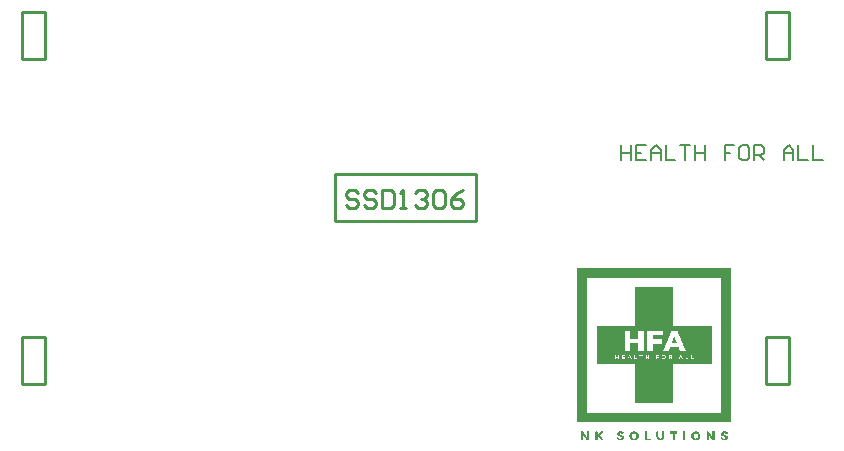
<source format=gto>
G04*
G04 #@! TF.GenerationSoftware,Altium Limited,Altium Designer,21.0.8 (223)*
G04*
G04 Layer_Color=65535*
%FSLAX24Y24*%
%MOIN*%
G70*
G04*
G04 #@! TF.SameCoordinates,F666B87A-DE90-4157-A89C-B26E4A6581EA*
G04*
G04*
G04 #@! TF.FilePolarity,Positive*
G04*
G01*
G75*
%ADD10C,0.0100*%
%ADD11C,0.0079*%
G36*
X30534Y8472D02*
Y8458D01*
Y8444D01*
Y8430D01*
Y8416D01*
Y8402D01*
Y8388D01*
Y8374D01*
Y8360D01*
Y8346D01*
Y8332D01*
Y8318D01*
Y8304D01*
Y8290D01*
Y8276D01*
Y8262D01*
Y8248D01*
Y8234D01*
Y8220D01*
Y8206D01*
Y8192D01*
Y8178D01*
Y8164D01*
Y8150D01*
Y8136D01*
Y8122D01*
Y8108D01*
Y8094D01*
Y8080D01*
Y8066D01*
Y8052D01*
Y8038D01*
Y8024D01*
Y8010D01*
Y7996D01*
Y7982D01*
Y7968D01*
Y7954D01*
Y7940D01*
Y7926D01*
Y7912D01*
Y7898D01*
Y7884D01*
Y7870D01*
Y7856D01*
Y7842D01*
Y7828D01*
Y7814D01*
Y7800D01*
Y7786D01*
Y7772D01*
Y7758D01*
Y7744D01*
Y7730D01*
Y7716D01*
Y7702D01*
Y7688D01*
Y7674D01*
Y7660D01*
Y7646D01*
Y7632D01*
Y7618D01*
Y7604D01*
Y7590D01*
Y7576D01*
Y7562D01*
Y7548D01*
Y7534D01*
Y7520D01*
Y7506D01*
Y7492D01*
Y7478D01*
Y7464D01*
Y7450D01*
Y7436D01*
Y7422D01*
Y7408D01*
Y7394D01*
Y7380D01*
Y7366D01*
Y7352D01*
Y7338D01*
Y7324D01*
Y7310D01*
Y7296D01*
Y7282D01*
Y7268D01*
Y7254D01*
Y7240D01*
Y7226D01*
Y7212D01*
Y7198D01*
Y7184D01*
Y7170D01*
Y7156D01*
Y7142D01*
Y7128D01*
Y7114D01*
Y7100D01*
Y7086D01*
Y7072D01*
Y7058D01*
Y7044D01*
Y7030D01*
Y7016D01*
Y7002D01*
Y6988D01*
Y6974D01*
Y6960D01*
Y6946D01*
Y6932D01*
Y6918D01*
Y6904D01*
Y6890D01*
Y6876D01*
Y6862D01*
Y6848D01*
Y6834D01*
Y6820D01*
Y6806D01*
Y6792D01*
Y6778D01*
Y6764D01*
Y6750D01*
Y6736D01*
Y6722D01*
Y6708D01*
Y6694D01*
Y6680D01*
Y6666D01*
Y6652D01*
Y6638D01*
Y6624D01*
Y6610D01*
Y6596D01*
Y6582D01*
Y6568D01*
Y6554D01*
Y6540D01*
Y6526D01*
Y6512D01*
Y6498D01*
Y6484D01*
Y6470D01*
Y6456D01*
Y6442D01*
Y6428D01*
Y6414D01*
Y6400D01*
Y6386D01*
Y6372D01*
Y6358D01*
Y6344D01*
Y6330D01*
Y6316D01*
Y6302D01*
Y6288D01*
Y6274D01*
Y6260D01*
Y6246D01*
Y6232D01*
Y6218D01*
Y6204D01*
Y6190D01*
Y6176D01*
Y6162D01*
Y6148D01*
Y6134D01*
Y6120D01*
Y6106D01*
Y6092D01*
Y6078D01*
Y6064D01*
Y6050D01*
Y6036D01*
Y6022D01*
Y6008D01*
Y5994D01*
Y5980D01*
Y5966D01*
Y5952D01*
Y5938D01*
Y5924D01*
Y5910D01*
Y5896D01*
Y5882D01*
Y5868D01*
Y5854D01*
Y5840D01*
Y5826D01*
Y5812D01*
Y5798D01*
Y5784D01*
Y5770D01*
Y5756D01*
Y5742D01*
Y5728D01*
Y5714D01*
Y5700D01*
Y5686D01*
Y5672D01*
Y5658D01*
Y5644D01*
Y5630D01*
Y5616D01*
Y5602D01*
Y5588D01*
Y5574D01*
Y5560D01*
Y5546D01*
Y5532D01*
Y5518D01*
Y5504D01*
Y5490D01*
Y5476D01*
Y5462D01*
Y5448D01*
Y5434D01*
Y5420D01*
Y5406D01*
Y5392D01*
Y5378D01*
Y5364D01*
Y5350D01*
Y5336D01*
Y5322D01*
Y5308D01*
Y5294D01*
Y5280D01*
Y5266D01*
Y5252D01*
Y5238D01*
Y5224D01*
Y5210D01*
Y5196D01*
Y5182D01*
Y5168D01*
Y5154D01*
Y5140D01*
Y5126D01*
Y5112D01*
Y5098D01*
Y5084D01*
Y5070D01*
Y5056D01*
Y5042D01*
Y5028D01*
Y5014D01*
Y5000D01*
Y4986D01*
Y4972D01*
Y4958D01*
Y4944D01*
Y4930D01*
Y4916D01*
Y4902D01*
Y4888D01*
Y4874D01*
Y4860D01*
Y4846D01*
Y4832D01*
Y4818D01*
Y4804D01*
Y4790D01*
Y4776D01*
Y4762D01*
Y4748D01*
Y4734D01*
Y4720D01*
Y4706D01*
Y4692D01*
Y4678D01*
Y4664D01*
Y4650D01*
Y4636D01*
Y4622D01*
Y4608D01*
Y4594D01*
Y4580D01*
Y4566D01*
Y4552D01*
Y4538D01*
Y4524D01*
Y4510D01*
Y4496D01*
Y4482D01*
Y4468D01*
Y4454D01*
Y4440D01*
Y4426D01*
Y4412D01*
Y4398D01*
Y4384D01*
Y4370D01*
Y4356D01*
Y4342D01*
Y4328D01*
Y4314D01*
Y4300D01*
Y4286D01*
Y4272D01*
Y4258D01*
Y4244D01*
Y4230D01*
Y4216D01*
Y4202D01*
Y4188D01*
Y4174D01*
Y4160D01*
Y4146D01*
Y4132D01*
Y4118D01*
Y4104D01*
Y4090D01*
Y4076D01*
Y4062D01*
Y4048D01*
Y4034D01*
Y4020D01*
Y4006D01*
Y3992D01*
Y3978D01*
Y3964D01*
Y3950D01*
Y3936D01*
Y3922D01*
Y3908D01*
Y3894D01*
Y3880D01*
Y3866D01*
Y3852D01*
Y3838D01*
Y3824D01*
Y3810D01*
Y3796D01*
Y3782D01*
Y3768D01*
Y3754D01*
Y3740D01*
Y3726D01*
Y3712D01*
Y3698D01*
Y3684D01*
Y3670D01*
Y3656D01*
Y3642D01*
Y3628D01*
Y3614D01*
Y3600D01*
Y3586D01*
Y3572D01*
Y3558D01*
Y3544D01*
Y3530D01*
Y3516D01*
Y3502D01*
Y3488D01*
Y3474D01*
Y3460D01*
Y3446D01*
Y3432D01*
Y3418D01*
Y3404D01*
Y3390D01*
Y3376D01*
Y3362D01*
Y3348D01*
X25410D01*
Y3362D01*
Y3376D01*
Y3390D01*
Y3404D01*
Y3418D01*
Y3432D01*
Y3446D01*
Y3460D01*
Y3474D01*
Y3488D01*
Y3502D01*
Y3516D01*
Y3530D01*
Y3544D01*
Y3558D01*
Y3572D01*
Y3586D01*
Y3600D01*
Y3614D01*
Y3628D01*
Y3642D01*
Y3656D01*
Y3670D01*
Y3684D01*
Y3698D01*
Y3712D01*
Y3726D01*
Y3740D01*
Y3754D01*
Y3768D01*
Y3782D01*
Y3796D01*
Y3810D01*
Y3824D01*
Y3838D01*
Y3852D01*
Y3866D01*
Y3880D01*
Y3894D01*
Y3908D01*
Y3922D01*
Y3936D01*
Y3950D01*
Y3964D01*
Y3978D01*
Y3992D01*
Y4006D01*
Y4020D01*
Y4034D01*
Y4048D01*
Y4062D01*
Y4076D01*
Y4090D01*
Y4104D01*
Y4118D01*
Y4132D01*
Y4146D01*
Y4160D01*
Y4174D01*
Y4188D01*
Y4202D01*
Y4216D01*
Y4230D01*
Y4244D01*
Y4258D01*
Y4272D01*
Y4286D01*
Y4300D01*
Y4314D01*
Y4328D01*
Y4342D01*
Y4356D01*
Y4370D01*
Y4384D01*
Y4398D01*
Y4412D01*
Y4426D01*
Y4440D01*
Y4454D01*
Y4468D01*
Y4482D01*
Y4496D01*
Y4510D01*
Y4524D01*
Y4538D01*
Y4552D01*
Y4566D01*
Y4580D01*
Y4594D01*
Y4608D01*
Y4622D01*
Y4636D01*
Y4650D01*
Y4664D01*
Y4678D01*
Y4692D01*
Y4706D01*
Y4720D01*
Y4734D01*
Y4748D01*
Y4762D01*
Y4776D01*
Y4790D01*
Y4804D01*
Y4818D01*
Y4832D01*
Y4846D01*
Y4860D01*
Y4874D01*
Y4888D01*
Y4902D01*
Y4916D01*
Y4930D01*
Y4944D01*
Y4958D01*
Y4972D01*
Y4986D01*
Y5000D01*
Y5014D01*
Y5028D01*
Y5042D01*
Y5056D01*
Y5070D01*
Y5084D01*
Y5098D01*
Y5112D01*
Y5126D01*
Y5140D01*
Y5154D01*
Y5168D01*
Y5182D01*
Y5196D01*
Y5210D01*
Y5224D01*
Y5238D01*
Y5252D01*
Y5266D01*
Y5280D01*
Y5294D01*
Y5308D01*
Y5322D01*
Y5336D01*
Y5350D01*
Y5364D01*
Y5378D01*
Y5392D01*
Y5406D01*
Y5420D01*
Y5434D01*
Y5448D01*
Y5462D01*
Y5476D01*
Y5490D01*
Y5504D01*
Y5518D01*
Y5532D01*
Y5546D01*
Y5560D01*
Y5574D01*
Y5588D01*
Y5602D01*
Y5616D01*
Y5630D01*
Y5644D01*
Y5658D01*
Y5672D01*
Y5686D01*
Y5700D01*
Y5714D01*
Y5728D01*
Y5742D01*
Y5756D01*
Y5770D01*
Y5784D01*
Y5798D01*
Y5812D01*
Y5826D01*
Y5840D01*
Y5854D01*
Y5868D01*
Y5882D01*
Y5896D01*
Y5910D01*
Y5924D01*
Y5938D01*
Y5952D01*
Y5966D01*
Y5980D01*
Y5994D01*
Y6008D01*
Y6022D01*
Y6036D01*
Y6050D01*
Y6064D01*
Y6078D01*
Y6092D01*
Y6106D01*
Y6120D01*
Y6134D01*
Y6148D01*
Y6162D01*
Y6176D01*
Y6190D01*
Y6204D01*
Y6218D01*
Y6232D01*
Y6246D01*
Y6260D01*
Y6274D01*
Y6288D01*
Y6302D01*
Y6316D01*
Y6330D01*
Y6344D01*
Y6358D01*
Y6372D01*
Y6386D01*
Y6400D01*
Y6414D01*
Y6428D01*
Y6442D01*
Y6456D01*
Y6470D01*
Y6484D01*
Y6498D01*
Y6512D01*
Y6526D01*
Y6540D01*
Y6554D01*
Y6568D01*
Y6582D01*
Y6596D01*
Y6610D01*
Y6624D01*
Y6638D01*
Y6652D01*
Y6666D01*
Y6680D01*
Y6694D01*
Y6708D01*
Y6722D01*
Y6736D01*
Y6750D01*
Y6764D01*
Y6778D01*
Y6792D01*
Y6806D01*
Y6820D01*
Y6834D01*
Y6848D01*
Y6862D01*
Y6876D01*
Y6890D01*
Y6904D01*
Y6918D01*
Y6932D01*
Y6946D01*
Y6960D01*
Y6974D01*
Y6988D01*
Y7002D01*
Y7016D01*
Y7030D01*
Y7044D01*
Y7058D01*
Y7072D01*
Y7086D01*
Y7100D01*
Y7114D01*
Y7128D01*
Y7142D01*
Y7156D01*
Y7170D01*
Y7184D01*
Y7198D01*
Y7212D01*
Y7226D01*
Y7240D01*
Y7254D01*
Y7268D01*
Y7282D01*
Y7296D01*
Y7310D01*
Y7324D01*
Y7338D01*
Y7352D01*
Y7366D01*
Y7380D01*
Y7394D01*
Y7408D01*
Y7422D01*
Y7436D01*
Y7450D01*
Y7464D01*
Y7478D01*
Y7492D01*
Y7506D01*
Y7520D01*
Y7534D01*
Y7548D01*
Y7562D01*
Y7576D01*
Y7590D01*
Y7604D01*
Y7618D01*
Y7632D01*
Y7646D01*
Y7660D01*
Y7674D01*
Y7688D01*
Y7702D01*
Y7716D01*
Y7730D01*
Y7744D01*
Y7758D01*
Y7772D01*
Y7786D01*
Y7800D01*
Y7814D01*
Y7828D01*
Y7842D01*
Y7856D01*
Y7870D01*
Y7884D01*
Y7898D01*
Y7912D01*
Y7926D01*
Y7940D01*
Y7954D01*
Y7968D01*
Y7982D01*
Y7996D01*
Y8010D01*
Y8024D01*
Y8038D01*
Y8052D01*
Y8066D01*
Y8080D01*
Y8094D01*
Y8108D01*
Y8122D01*
Y8136D01*
Y8150D01*
Y8164D01*
Y8178D01*
Y8192D01*
Y8206D01*
Y8220D01*
Y8234D01*
Y8248D01*
Y8262D01*
Y8276D01*
Y8290D01*
Y8304D01*
Y8318D01*
Y8332D01*
Y8346D01*
Y8360D01*
Y8374D01*
Y8388D01*
Y8402D01*
Y8416D01*
Y8430D01*
Y8444D01*
Y8458D01*
Y8472D01*
Y8486D01*
X30534D01*
Y8472D01*
D02*
G37*
G36*
X30366Y3026D02*
X30408D01*
Y3012D01*
X30422D01*
Y2998D01*
Y2984D01*
Y2970D01*
X30408D01*
Y2956D01*
X30380D01*
Y2970D01*
X30338D01*
Y2984D01*
X30296D01*
Y2970D01*
X30282D01*
Y2956D01*
Y2942D01*
X30296D01*
Y2928D01*
X30338D01*
Y2914D01*
X30380D01*
Y2900D01*
X30394D01*
Y2886D01*
X30422D01*
Y2872D01*
Y2858D01*
Y2844D01*
X30436D01*
Y2830D01*
Y2816D01*
X30422D01*
Y2802D01*
Y2788D01*
X30408D01*
Y2774D01*
X30394D01*
Y2760D01*
X30366D01*
Y2746D01*
X30254D01*
Y2760D01*
X30226D01*
Y2774D01*
X30198D01*
Y2788D01*
X30184D01*
Y2802D01*
X30198D01*
Y2816D01*
Y2830D01*
X30212D01*
Y2844D01*
X30226D01*
Y2830D01*
X30240D01*
Y2816D01*
X30282D01*
Y2802D01*
X30338D01*
Y2816D01*
X30352D01*
Y2830D01*
Y2844D01*
X30338D01*
Y2858D01*
X30296D01*
Y2872D01*
X30254D01*
Y2886D01*
X30226D01*
Y2900D01*
X30212D01*
Y2914D01*
Y2928D01*
X30198D01*
Y2942D01*
Y2956D01*
Y2970D01*
X30212D01*
Y2984D01*
Y2998D01*
X30226D01*
Y3012D01*
X30240D01*
Y3026D01*
X30282D01*
Y3040D01*
X30366D01*
Y3026D01*
D02*
G37*
G36*
X26894D02*
X26936D01*
Y3012D01*
X26964D01*
Y2998D01*
Y2984D01*
X26950D01*
Y2970D01*
Y2956D01*
X26908D01*
Y2970D01*
X26866D01*
Y2984D01*
X26824D01*
Y2970D01*
X26810D01*
Y2956D01*
Y2942D01*
X26824D01*
Y2928D01*
X26866D01*
Y2914D01*
X26908D01*
Y2900D01*
X26936D01*
Y2886D01*
X26950D01*
Y2872D01*
X26964D01*
Y2858D01*
Y2844D01*
Y2830D01*
Y2816D01*
Y2802D01*
Y2788D01*
X26950D01*
Y2774D01*
X26936D01*
Y2760D01*
X26908D01*
Y2746D01*
X26796D01*
Y2760D01*
X26754D01*
Y2774D01*
X26740D01*
Y2788D01*
X26726D01*
Y2802D01*
Y2816D01*
X26740D01*
Y2830D01*
Y2844D01*
X26754D01*
Y2830D01*
X26782D01*
Y2816D01*
X26810D01*
Y2802D01*
X26880D01*
Y2816D01*
X26894D01*
Y2830D01*
Y2844D01*
X26880D01*
Y2858D01*
X26838D01*
Y2872D01*
X26796D01*
Y2886D01*
X26768D01*
Y2900D01*
X26754D01*
Y2914D01*
X26740D01*
Y2928D01*
Y2942D01*
Y2956D01*
Y2970D01*
Y2984D01*
X26754D01*
Y2998D01*
Y3012D01*
X26782D01*
Y3026D01*
X26810D01*
Y3040D01*
X26894D01*
Y3026D01*
D02*
G37*
G36*
X26278D02*
X26264D01*
Y3012D01*
Y2998D01*
X26250D01*
Y2984D01*
X26236D01*
Y2970D01*
X26222D01*
Y2956D01*
X26208D01*
Y2942D01*
X26194D01*
Y2928D01*
X26180D01*
Y2914D01*
Y2900D01*
X26194D01*
Y2886D01*
X26208D01*
Y2872D01*
Y2858D01*
X26222D01*
Y2844D01*
X26236D01*
Y2830D01*
Y2816D01*
X26250D01*
Y2802D01*
X26264D01*
Y2788D01*
Y2774D01*
X26278D01*
Y2760D01*
X26292D01*
Y2746D01*
X26208D01*
Y2760D01*
X26194D01*
Y2774D01*
X26180D01*
Y2788D01*
X26166D01*
Y2802D01*
Y2816D01*
X26152D01*
Y2830D01*
X26138D01*
Y2844D01*
Y2858D01*
X26124D01*
Y2844D01*
X26110D01*
Y2830D01*
X26096D01*
Y2816D01*
Y2802D01*
Y2788D01*
Y2774D01*
Y2760D01*
Y2746D01*
X26012D01*
Y2760D01*
Y2774D01*
Y2788D01*
Y2802D01*
Y2816D01*
Y2830D01*
Y2844D01*
Y2858D01*
Y2872D01*
Y2886D01*
Y2900D01*
Y2914D01*
Y2928D01*
Y2942D01*
Y2956D01*
Y2970D01*
Y2984D01*
Y2998D01*
Y3012D01*
Y3026D01*
X26026D01*
Y3040D01*
X26082D01*
Y3026D01*
X26096D01*
Y3012D01*
Y2998D01*
Y2984D01*
Y2970D01*
Y2956D01*
Y2942D01*
Y2928D01*
X26110D01*
Y2942D01*
X26124D01*
Y2956D01*
X26138D01*
Y2970D01*
X26152D01*
Y2984D01*
X26166D01*
Y2998D01*
X26180D01*
Y3012D01*
X26194D01*
Y3026D01*
X26208D01*
Y3040D01*
X26278D01*
Y3026D01*
D02*
G37*
G36*
X29988D02*
Y3012D01*
Y2998D01*
Y2984D01*
Y2970D01*
Y2956D01*
Y2942D01*
Y2928D01*
Y2914D01*
Y2900D01*
Y2886D01*
Y2872D01*
Y2858D01*
Y2844D01*
Y2830D01*
Y2816D01*
Y2802D01*
Y2788D01*
Y2774D01*
Y2760D01*
Y2746D01*
X29918D01*
Y2760D01*
X29904D01*
Y2774D01*
X29890D01*
Y2788D01*
Y2802D01*
X29876D01*
Y2816D01*
X29862D01*
Y2830D01*
X29848D01*
Y2844D01*
Y2858D01*
X29834D01*
Y2872D01*
X29820D01*
Y2886D01*
X29806D01*
Y2900D01*
Y2914D01*
X29792D01*
Y2900D01*
Y2886D01*
Y2872D01*
Y2858D01*
Y2844D01*
Y2830D01*
Y2816D01*
Y2802D01*
Y2788D01*
Y2774D01*
Y2760D01*
Y2746D01*
X29722D01*
Y2760D01*
Y2774D01*
Y2788D01*
Y2802D01*
Y2816D01*
Y2830D01*
Y2844D01*
Y2858D01*
Y2872D01*
Y2886D01*
Y2900D01*
Y2914D01*
Y2928D01*
Y2942D01*
Y2956D01*
Y2970D01*
Y2984D01*
Y2998D01*
Y3012D01*
Y3026D01*
Y3040D01*
X29778D01*
Y3026D01*
X29792D01*
Y3012D01*
X29806D01*
Y2998D01*
X29820D01*
Y2984D01*
Y2970D01*
X29834D01*
Y2956D01*
X29848D01*
Y2942D01*
X29862D01*
Y2928D01*
Y2914D01*
X29876D01*
Y2900D01*
X29890D01*
Y2886D01*
X29904D01*
Y2872D01*
Y2858D01*
X29918D01*
Y2872D01*
Y2886D01*
Y2900D01*
Y2914D01*
Y2928D01*
Y2942D01*
Y2956D01*
Y2970D01*
Y2984D01*
Y2998D01*
Y3012D01*
Y3026D01*
Y3040D01*
X29988D01*
Y3026D01*
D02*
G37*
G36*
X25788D02*
X25802D01*
Y3012D01*
Y2998D01*
Y2984D01*
Y2970D01*
Y2956D01*
Y2942D01*
Y2928D01*
Y2914D01*
Y2900D01*
Y2886D01*
Y2872D01*
Y2858D01*
Y2844D01*
Y2830D01*
Y2816D01*
Y2802D01*
Y2788D01*
Y2774D01*
Y2760D01*
Y2746D01*
X25732D01*
Y2760D01*
X25718D01*
Y2774D01*
X25704D01*
Y2788D01*
X25690D01*
Y2802D01*
Y2816D01*
X25676D01*
Y2830D01*
X25662D01*
Y2844D01*
X25648D01*
Y2858D01*
Y2872D01*
X25634D01*
Y2886D01*
X25620D01*
Y2900D01*
X25606D01*
Y2914D01*
X25592D01*
Y2900D01*
Y2886D01*
Y2872D01*
Y2858D01*
Y2844D01*
Y2830D01*
Y2816D01*
Y2802D01*
Y2788D01*
Y2774D01*
Y2760D01*
Y2746D01*
X25536D01*
Y2760D01*
Y2774D01*
Y2788D01*
Y2802D01*
Y2816D01*
Y2830D01*
Y2844D01*
Y2858D01*
Y2872D01*
Y2886D01*
Y2900D01*
Y2914D01*
Y2928D01*
Y2942D01*
Y2956D01*
Y2970D01*
Y2984D01*
Y2998D01*
Y3012D01*
Y3026D01*
Y3040D01*
X25592D01*
Y3026D01*
X25606D01*
Y3012D01*
X25620D01*
Y2998D01*
Y2984D01*
X25634D01*
Y2970D01*
X25648D01*
Y2956D01*
X25662D01*
Y2942D01*
Y2928D01*
X25676D01*
Y2914D01*
X25690D01*
Y2900D01*
X25704D01*
Y2886D01*
Y2872D01*
X25718D01*
Y2858D01*
X25732D01*
Y2872D01*
Y2886D01*
Y2900D01*
Y2914D01*
Y2928D01*
Y2942D01*
Y2956D01*
Y2970D01*
Y2984D01*
Y2998D01*
Y3012D01*
Y3026D01*
Y3040D01*
X25788D01*
Y3026D01*
D02*
G37*
G36*
X28308D02*
Y3012D01*
Y2998D01*
Y2984D01*
Y2970D01*
Y2956D01*
Y2942D01*
Y2928D01*
Y2914D01*
Y2900D01*
Y2886D01*
Y2872D01*
Y2858D01*
Y2844D01*
Y2830D01*
Y2816D01*
X28294D01*
Y2802D01*
Y2788D01*
X28280D01*
Y2774D01*
X28266D01*
Y2760D01*
X28238D01*
Y2746D01*
X28126D01*
Y2760D01*
X28098D01*
Y2774D01*
X28084D01*
Y2788D01*
X28070D01*
Y2802D01*
X28056D01*
Y2816D01*
Y2830D01*
Y2844D01*
X28042D01*
Y2858D01*
Y2872D01*
Y2886D01*
Y2900D01*
Y2914D01*
Y2928D01*
Y2942D01*
Y2956D01*
Y2970D01*
Y2984D01*
Y2998D01*
Y3012D01*
Y3026D01*
X28056D01*
Y3040D01*
X28112D01*
Y3026D01*
Y3012D01*
Y2998D01*
Y2984D01*
Y2970D01*
Y2956D01*
Y2942D01*
Y2928D01*
Y2914D01*
Y2900D01*
Y2886D01*
Y2872D01*
Y2858D01*
X28126D01*
Y2844D01*
Y2830D01*
X28140D01*
Y2816D01*
X28154D01*
Y2802D01*
X28210D01*
Y2816D01*
X28224D01*
Y2830D01*
X28238D01*
Y2844D01*
Y2858D01*
Y2872D01*
Y2886D01*
Y2900D01*
Y2914D01*
Y2928D01*
Y2942D01*
Y2956D01*
Y2970D01*
Y2984D01*
Y2998D01*
Y3012D01*
Y3026D01*
Y3040D01*
X28308D01*
Y3026D01*
D02*
G37*
G36*
X29400D02*
X29442D01*
Y3012D01*
X29456D01*
Y2998D01*
X29484D01*
Y2984D01*
Y2970D01*
X29498D01*
Y2956D01*
X29512D01*
Y2942D01*
Y2928D01*
Y2914D01*
Y2900D01*
Y2886D01*
Y2872D01*
Y2858D01*
Y2844D01*
Y2830D01*
X29498D01*
Y2816D01*
Y2802D01*
X29484D01*
Y2788D01*
X29470D01*
Y2774D01*
X29456D01*
Y2760D01*
X29414D01*
Y2746D01*
X29302D01*
Y2760D01*
X29274D01*
Y2774D01*
X29260D01*
Y2788D01*
X29246D01*
Y2802D01*
X29232D01*
Y2816D01*
X29218D01*
Y2830D01*
Y2844D01*
Y2858D01*
X29204D01*
Y2872D01*
Y2886D01*
Y2900D01*
Y2914D01*
Y2928D01*
X29218D01*
Y2942D01*
Y2956D01*
X29232D01*
Y2970D01*
Y2984D01*
X29246D01*
Y2998D01*
X29260D01*
Y3012D01*
X29288D01*
Y3026D01*
X29330D01*
Y3040D01*
X29400D01*
Y3026D01*
D02*
G37*
G36*
X29008D02*
Y3012D01*
Y2998D01*
Y2984D01*
Y2970D01*
Y2956D01*
Y2942D01*
Y2928D01*
Y2914D01*
Y2900D01*
Y2886D01*
Y2872D01*
Y2858D01*
Y2844D01*
Y2830D01*
Y2816D01*
Y2802D01*
Y2788D01*
Y2774D01*
Y2760D01*
Y2746D01*
X28938D01*
Y2760D01*
Y2774D01*
Y2788D01*
Y2802D01*
Y2816D01*
Y2830D01*
Y2844D01*
Y2858D01*
Y2872D01*
Y2886D01*
Y2900D01*
Y2914D01*
Y2928D01*
Y2942D01*
Y2956D01*
Y2970D01*
Y2984D01*
Y2998D01*
Y3012D01*
Y3026D01*
Y3040D01*
X29008D01*
Y3026D01*
D02*
G37*
G36*
X28742D02*
Y3012D01*
Y2998D01*
Y2984D01*
Y2970D01*
X28658D01*
Y2956D01*
Y2942D01*
Y2928D01*
Y2914D01*
Y2900D01*
Y2886D01*
Y2872D01*
Y2858D01*
Y2844D01*
Y2830D01*
Y2816D01*
Y2802D01*
Y2788D01*
Y2774D01*
Y2760D01*
Y2746D01*
X28588D01*
Y2760D01*
Y2774D01*
Y2788D01*
Y2802D01*
Y2816D01*
Y2830D01*
Y2844D01*
Y2858D01*
Y2872D01*
Y2886D01*
Y2900D01*
Y2914D01*
Y2928D01*
Y2942D01*
Y2956D01*
Y2970D01*
X28504D01*
Y2984D01*
Y2998D01*
Y3012D01*
Y3026D01*
Y3040D01*
X28742D01*
Y3026D01*
D02*
G37*
G36*
X27720D02*
X27734D01*
Y3012D01*
Y2998D01*
Y2984D01*
Y2970D01*
Y2956D01*
Y2942D01*
Y2928D01*
Y2914D01*
Y2900D01*
Y2886D01*
Y2872D01*
Y2858D01*
Y2844D01*
Y2830D01*
Y2816D01*
Y2802D01*
X27860D01*
Y2788D01*
Y2774D01*
Y2760D01*
Y2746D01*
X27664D01*
Y2760D01*
Y2774D01*
Y2788D01*
Y2802D01*
Y2816D01*
Y2830D01*
Y2844D01*
Y2858D01*
Y2872D01*
Y2886D01*
Y2900D01*
Y2914D01*
Y2928D01*
Y2942D01*
Y2956D01*
Y2970D01*
Y2984D01*
Y2998D01*
Y3012D01*
Y3026D01*
Y3040D01*
X27720D01*
Y3026D01*
D02*
G37*
G36*
X27342D02*
X27384D01*
Y3012D01*
X27398D01*
Y2998D01*
X27426D01*
Y2984D01*
Y2970D01*
X27440D01*
Y2956D01*
X27454D01*
Y2942D01*
Y2928D01*
Y2914D01*
Y2900D01*
Y2886D01*
Y2872D01*
Y2858D01*
Y2844D01*
Y2830D01*
X27440D01*
Y2816D01*
Y2802D01*
X27426D01*
Y2788D01*
X27412D01*
Y2774D01*
X27398D01*
Y2760D01*
X27356D01*
Y2746D01*
X27244D01*
Y2760D01*
X27216D01*
Y2774D01*
X27202D01*
Y2788D01*
X27188D01*
Y2802D01*
X27174D01*
Y2816D01*
X27160D01*
Y2830D01*
Y2844D01*
Y2858D01*
X27146D01*
Y2872D01*
Y2886D01*
Y2900D01*
Y2914D01*
Y2928D01*
X27160D01*
Y2942D01*
Y2956D01*
X27174D01*
Y2970D01*
Y2984D01*
X27188D01*
Y2998D01*
X27202D01*
Y3012D01*
X27230D01*
Y3026D01*
X27272D01*
Y3040D01*
X27342D01*
Y3026D01*
D02*
G37*
%LPC*%
G36*
X30212Y8164D02*
X25732D01*
Y8150D01*
Y8136D01*
Y8122D01*
Y8108D01*
Y8094D01*
Y8080D01*
Y8066D01*
Y8052D01*
Y8038D01*
Y8024D01*
Y8010D01*
Y7996D01*
Y7982D01*
Y7968D01*
Y7954D01*
Y7940D01*
Y7926D01*
Y7912D01*
Y7898D01*
Y7884D01*
Y7870D01*
Y7856D01*
Y7842D01*
Y7828D01*
Y7814D01*
Y7800D01*
Y7786D01*
Y7772D01*
Y7758D01*
Y7744D01*
Y7730D01*
Y7716D01*
Y7702D01*
Y7688D01*
Y7674D01*
Y7660D01*
Y7646D01*
Y7632D01*
Y7618D01*
Y7604D01*
Y7590D01*
Y7576D01*
Y7562D01*
Y7548D01*
Y7534D01*
Y7520D01*
Y7506D01*
Y7492D01*
Y7478D01*
Y7464D01*
Y7450D01*
Y7436D01*
Y7422D01*
Y7408D01*
Y7394D01*
Y7380D01*
Y7366D01*
Y7352D01*
Y7338D01*
Y7324D01*
Y7310D01*
Y7296D01*
Y7282D01*
Y7268D01*
Y7254D01*
Y7240D01*
Y7226D01*
Y7212D01*
Y7198D01*
Y7184D01*
Y7170D01*
Y7156D01*
Y7142D01*
Y7128D01*
Y7114D01*
Y7100D01*
Y7086D01*
Y7072D01*
Y7058D01*
Y7044D01*
Y7030D01*
Y7016D01*
Y7002D01*
Y6988D01*
Y6974D01*
Y6960D01*
Y6946D01*
Y6932D01*
Y6918D01*
Y6904D01*
Y6890D01*
Y6876D01*
Y6862D01*
Y6848D01*
Y6834D01*
Y6820D01*
Y6806D01*
Y6792D01*
Y6778D01*
Y6764D01*
Y6750D01*
Y6736D01*
Y6722D01*
Y6708D01*
Y6694D01*
Y6680D01*
Y6666D01*
Y6652D01*
Y6638D01*
Y6624D01*
Y6610D01*
Y6596D01*
Y6582D01*
Y6568D01*
Y6554D01*
Y6540D01*
Y6526D01*
Y6512D01*
Y6498D01*
Y6484D01*
Y6470D01*
Y6456D01*
Y6442D01*
Y6428D01*
Y6414D01*
Y6400D01*
Y6386D01*
Y6372D01*
Y6358D01*
Y6344D01*
Y6330D01*
Y6316D01*
Y6302D01*
Y6288D01*
Y6274D01*
Y6260D01*
Y6246D01*
Y6232D01*
Y6218D01*
Y6204D01*
Y6190D01*
Y6176D01*
Y6162D01*
Y6148D01*
Y6134D01*
Y6120D01*
Y6106D01*
Y6092D01*
Y6078D01*
Y6064D01*
Y6050D01*
Y6036D01*
Y6022D01*
Y6008D01*
Y5994D01*
Y5980D01*
Y5966D01*
Y5952D01*
Y5938D01*
Y5924D01*
Y5910D01*
Y5896D01*
Y5882D01*
Y5868D01*
Y5854D01*
Y5840D01*
Y5826D01*
Y5812D01*
Y5798D01*
Y5784D01*
Y5770D01*
Y5756D01*
Y5742D01*
Y5728D01*
Y5714D01*
Y5700D01*
Y5686D01*
Y5672D01*
Y5658D01*
Y5644D01*
Y5630D01*
Y5616D01*
Y5602D01*
Y5588D01*
Y5574D01*
Y5560D01*
Y5546D01*
Y5532D01*
Y5518D01*
Y5504D01*
Y5490D01*
Y5476D01*
Y5462D01*
Y5448D01*
Y5434D01*
Y5420D01*
Y5406D01*
Y5392D01*
Y5378D01*
Y5364D01*
Y5350D01*
Y5336D01*
Y5322D01*
Y5308D01*
Y5294D01*
Y5280D01*
Y5266D01*
Y5252D01*
Y5238D01*
Y5224D01*
Y5210D01*
Y5196D01*
Y5182D01*
Y5168D01*
Y5154D01*
Y5140D01*
Y5126D01*
Y5112D01*
Y5098D01*
Y5084D01*
Y5070D01*
Y5056D01*
Y5042D01*
Y5028D01*
Y5014D01*
Y5000D01*
Y4986D01*
Y4972D01*
Y4958D01*
Y4944D01*
Y4930D01*
Y4916D01*
Y4902D01*
Y4888D01*
Y4874D01*
Y4860D01*
Y4846D01*
Y4832D01*
Y4818D01*
Y4804D01*
Y4790D01*
Y4776D01*
Y4762D01*
Y4748D01*
Y4734D01*
Y4720D01*
Y4706D01*
Y4692D01*
Y4678D01*
Y4664D01*
Y4650D01*
Y4636D01*
Y4622D01*
Y4608D01*
Y4594D01*
Y4580D01*
Y4566D01*
Y4552D01*
Y4538D01*
Y4524D01*
Y4510D01*
Y4496D01*
Y4482D01*
Y4468D01*
Y4454D01*
Y4440D01*
Y4426D01*
Y4412D01*
Y4398D01*
Y4384D01*
Y4370D01*
Y4356D01*
Y4342D01*
Y4328D01*
Y4314D01*
Y4300D01*
Y4286D01*
Y4272D01*
Y4258D01*
Y4244D01*
Y4230D01*
Y4216D01*
Y4202D01*
Y4188D01*
Y4174D01*
Y4160D01*
Y4146D01*
Y4132D01*
Y4118D01*
Y4104D01*
Y4090D01*
Y4076D01*
Y4062D01*
Y4048D01*
Y4034D01*
Y4020D01*
Y4006D01*
Y3992D01*
Y3978D01*
Y3964D01*
Y3950D01*
Y3936D01*
Y3922D01*
Y3908D01*
Y3894D01*
Y3880D01*
Y3866D01*
Y3852D01*
Y3838D01*
Y3824D01*
Y3810D01*
Y3796D01*
Y3782D01*
Y3768D01*
Y3754D01*
Y3740D01*
Y3726D01*
Y3712D01*
Y3698D01*
Y3684D01*
Y3670D01*
X30212D01*
Y3684D01*
Y3698D01*
Y3712D01*
Y3726D01*
Y3740D01*
Y3754D01*
Y3768D01*
Y3782D01*
Y3796D01*
Y3810D01*
Y3824D01*
Y3838D01*
Y3852D01*
Y3866D01*
Y3880D01*
Y3894D01*
Y3908D01*
Y3922D01*
Y3936D01*
Y3950D01*
Y3964D01*
Y3978D01*
Y3992D01*
Y4006D01*
Y4020D01*
Y4034D01*
Y4048D01*
Y4062D01*
Y4076D01*
Y4090D01*
Y4104D01*
Y4118D01*
Y4132D01*
Y4146D01*
Y4160D01*
Y4174D01*
Y4188D01*
Y4202D01*
Y4216D01*
Y4230D01*
Y4244D01*
Y4258D01*
Y4272D01*
Y4286D01*
Y4300D01*
Y4314D01*
Y4328D01*
Y4342D01*
Y4356D01*
Y4370D01*
Y4384D01*
Y4398D01*
Y4412D01*
Y4426D01*
Y4440D01*
Y4454D01*
Y4468D01*
Y4482D01*
Y4496D01*
Y4510D01*
Y4524D01*
Y4538D01*
Y4552D01*
Y4566D01*
Y4580D01*
Y4594D01*
Y4608D01*
Y4622D01*
Y4636D01*
Y4650D01*
Y4664D01*
Y4678D01*
Y4692D01*
Y4706D01*
Y4720D01*
Y4734D01*
Y4748D01*
Y4762D01*
Y4776D01*
Y4790D01*
Y4804D01*
Y4818D01*
Y4832D01*
Y4846D01*
Y4860D01*
Y4874D01*
Y4888D01*
Y4902D01*
Y4916D01*
Y4930D01*
Y4944D01*
Y4958D01*
Y4972D01*
Y4986D01*
Y5000D01*
Y5014D01*
Y5028D01*
Y5042D01*
Y5056D01*
Y5070D01*
Y5084D01*
Y5098D01*
Y5112D01*
Y5126D01*
Y5140D01*
Y5154D01*
Y5168D01*
Y5182D01*
Y5196D01*
Y5210D01*
Y5224D01*
Y5238D01*
Y5252D01*
Y5266D01*
Y5280D01*
Y5294D01*
Y5308D01*
Y5322D01*
Y5336D01*
Y5350D01*
Y5364D01*
Y5378D01*
Y5392D01*
Y5406D01*
Y5420D01*
Y5434D01*
Y5448D01*
Y5462D01*
Y5476D01*
Y5490D01*
Y5504D01*
Y5518D01*
Y5532D01*
Y5546D01*
Y5560D01*
Y5574D01*
Y5588D01*
Y5602D01*
Y5616D01*
Y5630D01*
Y5644D01*
Y5658D01*
Y5672D01*
Y5686D01*
Y5700D01*
Y5714D01*
Y5728D01*
Y5742D01*
Y5756D01*
Y5770D01*
Y5784D01*
Y5798D01*
Y5812D01*
Y5826D01*
Y5840D01*
Y5854D01*
Y5868D01*
Y5882D01*
Y5896D01*
Y5910D01*
Y5924D01*
Y5938D01*
Y5952D01*
Y5966D01*
Y5980D01*
Y5994D01*
Y6008D01*
Y6022D01*
Y6036D01*
Y6050D01*
Y6064D01*
Y6078D01*
Y6092D01*
Y6106D01*
Y6120D01*
Y6134D01*
Y6148D01*
Y6162D01*
Y6176D01*
Y6190D01*
Y6204D01*
Y6218D01*
Y6232D01*
Y6246D01*
Y6260D01*
Y6274D01*
Y6288D01*
Y6302D01*
Y6316D01*
Y6330D01*
Y6344D01*
Y6358D01*
Y6372D01*
Y6386D01*
Y6400D01*
Y6414D01*
Y6428D01*
Y6442D01*
Y6456D01*
Y6470D01*
Y6484D01*
Y6498D01*
Y6512D01*
Y6526D01*
Y6540D01*
Y6554D01*
Y6568D01*
Y6582D01*
Y6596D01*
Y6610D01*
Y6624D01*
Y6638D01*
Y6652D01*
Y6666D01*
Y6680D01*
Y6694D01*
Y6708D01*
Y6722D01*
Y6736D01*
Y6750D01*
Y6764D01*
Y6778D01*
Y6792D01*
Y6806D01*
Y6820D01*
Y6834D01*
Y6848D01*
Y6862D01*
Y6876D01*
Y6890D01*
Y6904D01*
Y6918D01*
Y6932D01*
Y6946D01*
Y6960D01*
Y6974D01*
Y6988D01*
Y7002D01*
Y7016D01*
Y7030D01*
Y7044D01*
Y7058D01*
Y7072D01*
Y7086D01*
Y7100D01*
Y7114D01*
Y7128D01*
Y7142D01*
Y7156D01*
Y7170D01*
Y7184D01*
Y7198D01*
Y7212D01*
Y7226D01*
Y7240D01*
Y7254D01*
Y7268D01*
Y7282D01*
Y7296D01*
Y7310D01*
Y7324D01*
Y7338D01*
Y7352D01*
Y7366D01*
Y7380D01*
Y7394D01*
Y7408D01*
Y7422D01*
Y7436D01*
Y7450D01*
Y7464D01*
Y7478D01*
Y7492D01*
Y7506D01*
Y7520D01*
Y7534D01*
Y7548D01*
Y7562D01*
Y7576D01*
Y7590D01*
Y7604D01*
Y7618D01*
Y7632D01*
Y7646D01*
Y7660D01*
Y7674D01*
Y7688D01*
Y7702D01*
Y7716D01*
Y7730D01*
Y7744D01*
Y7758D01*
Y7772D01*
Y7786D01*
Y7800D01*
Y7814D01*
Y7828D01*
Y7842D01*
Y7856D01*
Y7870D01*
Y7884D01*
Y7898D01*
Y7912D01*
Y7926D01*
Y7940D01*
Y7954D01*
Y7968D01*
Y7982D01*
Y7996D01*
Y8010D01*
Y8024D01*
Y8038D01*
Y8052D01*
Y8066D01*
Y8080D01*
Y8094D01*
Y8108D01*
Y8122D01*
Y8136D01*
Y8150D01*
Y8164D01*
D02*
G37*
%LPD*%
G36*
X28616Y7828D02*
Y7814D01*
Y7800D01*
Y7786D01*
Y7772D01*
Y7758D01*
Y7744D01*
Y7730D01*
Y7716D01*
Y7702D01*
Y7688D01*
Y7674D01*
Y7660D01*
Y7646D01*
Y7632D01*
Y7618D01*
Y7604D01*
Y7590D01*
Y7576D01*
Y7562D01*
Y7548D01*
Y7534D01*
Y7520D01*
Y7506D01*
Y7492D01*
Y7478D01*
Y7464D01*
Y7450D01*
Y7436D01*
Y7422D01*
Y7408D01*
Y7394D01*
Y7380D01*
Y7366D01*
Y7352D01*
Y7338D01*
Y7324D01*
Y7310D01*
Y7296D01*
Y7282D01*
Y7268D01*
Y7254D01*
Y7240D01*
Y7226D01*
Y7212D01*
Y7198D01*
Y7184D01*
Y7170D01*
Y7156D01*
Y7142D01*
Y7128D01*
Y7114D01*
Y7100D01*
Y7086D01*
Y7072D01*
Y7058D01*
Y7044D01*
Y7030D01*
Y7016D01*
Y7002D01*
Y6988D01*
Y6974D01*
Y6960D01*
Y6946D01*
Y6932D01*
Y6918D01*
Y6904D01*
Y6890D01*
Y6876D01*
Y6862D01*
Y6848D01*
Y6834D01*
Y6820D01*
Y6806D01*
Y6792D01*
Y6778D01*
Y6764D01*
Y6750D01*
Y6736D01*
Y6722D01*
Y6708D01*
Y6694D01*
Y6680D01*
Y6666D01*
Y6652D01*
Y6638D01*
Y6624D01*
Y6610D01*
Y6596D01*
Y6582D01*
Y6568D01*
Y6554D01*
X29890D01*
Y6540D01*
Y6526D01*
Y6512D01*
Y6498D01*
Y6484D01*
Y6470D01*
Y6456D01*
Y6442D01*
Y6428D01*
Y6414D01*
Y6400D01*
Y6386D01*
Y6372D01*
Y6358D01*
Y6344D01*
Y6330D01*
Y6316D01*
Y6302D01*
Y6288D01*
Y6274D01*
Y6260D01*
Y6246D01*
Y6232D01*
Y6218D01*
Y6204D01*
Y6190D01*
Y6176D01*
Y6162D01*
Y6148D01*
Y6134D01*
Y6120D01*
Y6106D01*
Y6092D01*
Y6078D01*
Y6064D01*
Y6050D01*
Y6036D01*
Y6022D01*
Y6008D01*
Y5994D01*
Y5980D01*
Y5966D01*
Y5952D01*
Y5938D01*
Y5924D01*
Y5910D01*
Y5896D01*
Y5882D01*
Y5868D01*
Y5854D01*
Y5840D01*
Y5826D01*
Y5812D01*
Y5798D01*
Y5784D01*
Y5770D01*
Y5756D01*
Y5742D01*
Y5728D01*
Y5714D01*
Y5700D01*
Y5686D01*
Y5672D01*
Y5658D01*
Y5644D01*
Y5630D01*
Y5616D01*
Y5602D01*
Y5588D01*
Y5574D01*
Y5560D01*
Y5546D01*
Y5532D01*
Y5518D01*
Y5504D01*
Y5490D01*
Y5476D01*
Y5462D01*
Y5448D01*
Y5434D01*
Y5420D01*
Y5406D01*
Y5392D01*
Y5378D01*
Y5364D01*
Y5350D01*
Y5336D01*
Y5322D01*
Y5308D01*
Y5294D01*
Y5280D01*
X28616D01*
Y5266D01*
Y5252D01*
Y5238D01*
Y5224D01*
Y5210D01*
Y5196D01*
Y5182D01*
Y5168D01*
Y5154D01*
Y5140D01*
Y5126D01*
Y5112D01*
Y5098D01*
Y5084D01*
Y5070D01*
Y5056D01*
Y5042D01*
Y5028D01*
Y5014D01*
Y5000D01*
Y4986D01*
Y4972D01*
Y4958D01*
Y4944D01*
Y4930D01*
Y4916D01*
Y4902D01*
Y4888D01*
Y4874D01*
Y4860D01*
Y4846D01*
Y4832D01*
Y4818D01*
Y4804D01*
Y4790D01*
Y4776D01*
Y4762D01*
Y4748D01*
Y4734D01*
Y4720D01*
Y4706D01*
Y4692D01*
Y4678D01*
Y4664D01*
Y4650D01*
Y4636D01*
Y4622D01*
Y4608D01*
Y4594D01*
Y4580D01*
Y4566D01*
Y4552D01*
Y4538D01*
Y4524D01*
Y4510D01*
Y4496D01*
Y4482D01*
Y4468D01*
Y4454D01*
Y4440D01*
Y4426D01*
Y4412D01*
Y4398D01*
Y4384D01*
Y4370D01*
Y4356D01*
Y4342D01*
Y4328D01*
Y4314D01*
Y4300D01*
Y4286D01*
Y4272D01*
Y4258D01*
Y4244D01*
Y4230D01*
Y4216D01*
Y4202D01*
Y4188D01*
Y4174D01*
Y4160D01*
Y4146D01*
Y4132D01*
Y4118D01*
Y4104D01*
Y4090D01*
Y4076D01*
Y4062D01*
Y4048D01*
Y4034D01*
Y4020D01*
Y4006D01*
Y3992D01*
X27328D01*
Y4006D01*
Y4020D01*
Y4034D01*
Y4048D01*
Y4062D01*
Y4076D01*
Y4090D01*
Y4104D01*
Y4118D01*
Y4132D01*
Y4146D01*
Y4160D01*
Y4174D01*
Y4188D01*
Y4202D01*
Y4216D01*
Y4230D01*
Y4244D01*
Y4258D01*
Y4272D01*
Y4286D01*
Y4300D01*
Y4314D01*
Y4328D01*
Y4342D01*
Y4356D01*
Y4370D01*
Y4384D01*
Y4398D01*
Y4412D01*
Y4426D01*
Y4440D01*
Y4454D01*
Y4468D01*
Y4482D01*
Y4496D01*
Y4510D01*
Y4524D01*
Y4538D01*
Y4552D01*
Y4566D01*
Y4580D01*
Y4594D01*
Y4608D01*
Y4622D01*
Y4636D01*
Y4650D01*
Y4664D01*
Y4678D01*
Y4692D01*
Y4706D01*
Y4720D01*
Y4734D01*
Y4748D01*
Y4762D01*
Y4776D01*
Y4790D01*
Y4804D01*
Y4818D01*
Y4832D01*
Y4846D01*
Y4860D01*
Y4874D01*
Y4888D01*
Y4902D01*
Y4916D01*
Y4930D01*
Y4944D01*
Y4958D01*
Y4972D01*
Y4986D01*
Y5000D01*
Y5014D01*
Y5028D01*
Y5042D01*
Y5056D01*
Y5070D01*
Y5084D01*
Y5098D01*
Y5112D01*
Y5126D01*
Y5140D01*
Y5154D01*
Y5168D01*
Y5182D01*
Y5196D01*
Y5210D01*
Y5224D01*
Y5238D01*
Y5252D01*
Y5266D01*
Y5280D01*
X26054D01*
Y5294D01*
Y5308D01*
Y5322D01*
Y5336D01*
Y5350D01*
Y5364D01*
Y5378D01*
Y5392D01*
Y5406D01*
Y5420D01*
Y5434D01*
Y5448D01*
Y5462D01*
Y5476D01*
Y5490D01*
Y5504D01*
Y5518D01*
Y5532D01*
Y5546D01*
Y5560D01*
Y5574D01*
Y5588D01*
Y5602D01*
Y5616D01*
Y5630D01*
Y5644D01*
Y5658D01*
Y5672D01*
Y5686D01*
Y5700D01*
Y5714D01*
Y5728D01*
Y5742D01*
Y5756D01*
Y5770D01*
Y5784D01*
Y5798D01*
Y5812D01*
Y5826D01*
Y5840D01*
Y5854D01*
Y5868D01*
Y5882D01*
Y5896D01*
Y5910D01*
Y5924D01*
Y5938D01*
Y5952D01*
Y5966D01*
Y5980D01*
Y5994D01*
Y6008D01*
Y6022D01*
Y6036D01*
Y6050D01*
Y6064D01*
Y6078D01*
Y6092D01*
Y6106D01*
Y6120D01*
Y6134D01*
Y6148D01*
Y6162D01*
Y6176D01*
Y6190D01*
Y6204D01*
Y6218D01*
Y6232D01*
Y6246D01*
Y6260D01*
Y6274D01*
Y6288D01*
Y6302D01*
Y6316D01*
Y6330D01*
Y6344D01*
Y6358D01*
Y6372D01*
Y6386D01*
Y6400D01*
Y6414D01*
Y6428D01*
Y6442D01*
Y6456D01*
Y6470D01*
Y6484D01*
Y6498D01*
Y6512D01*
Y6526D01*
Y6540D01*
Y6554D01*
X27328D01*
Y6568D01*
Y6582D01*
Y6596D01*
Y6610D01*
Y6624D01*
Y6638D01*
Y6652D01*
Y6666D01*
Y6680D01*
Y6694D01*
Y6708D01*
Y6722D01*
Y6736D01*
Y6750D01*
Y6764D01*
Y6778D01*
Y6792D01*
Y6806D01*
Y6820D01*
Y6834D01*
Y6848D01*
Y6862D01*
Y6876D01*
Y6890D01*
Y6904D01*
Y6918D01*
Y6932D01*
Y6946D01*
Y6960D01*
Y6974D01*
Y6988D01*
Y7002D01*
Y7016D01*
Y7030D01*
Y7044D01*
Y7058D01*
Y7072D01*
Y7086D01*
Y7100D01*
Y7114D01*
Y7128D01*
Y7142D01*
Y7156D01*
Y7170D01*
Y7184D01*
Y7198D01*
Y7212D01*
Y7226D01*
Y7240D01*
Y7254D01*
Y7268D01*
Y7282D01*
Y7296D01*
Y7310D01*
Y7324D01*
Y7338D01*
Y7352D01*
Y7366D01*
Y7380D01*
Y7394D01*
Y7408D01*
Y7422D01*
Y7436D01*
Y7450D01*
Y7464D01*
Y7478D01*
Y7492D01*
Y7506D01*
Y7520D01*
Y7534D01*
Y7548D01*
Y7562D01*
Y7576D01*
Y7590D01*
Y7604D01*
Y7618D01*
Y7632D01*
Y7646D01*
Y7660D01*
Y7674D01*
Y7688D01*
Y7702D01*
Y7716D01*
Y7730D01*
Y7744D01*
Y7758D01*
Y7772D01*
Y7786D01*
Y7800D01*
Y7814D01*
Y7828D01*
Y7842D01*
X28616D01*
Y7828D01*
D02*
G37*
%LPC*%
G36*
X27622Y6400D02*
X27440D01*
Y6386D01*
Y6372D01*
Y6358D01*
Y6344D01*
Y6330D01*
Y6316D01*
Y6302D01*
Y6288D01*
Y6274D01*
Y6260D01*
Y6246D01*
Y6232D01*
Y6218D01*
Y6204D01*
Y6190D01*
Y6176D01*
Y6162D01*
Y6148D01*
Y6134D01*
Y6120D01*
X27160D01*
Y6134D01*
Y6148D01*
Y6162D01*
Y6176D01*
Y6190D01*
Y6204D01*
Y6218D01*
Y6232D01*
Y6246D01*
Y6260D01*
Y6274D01*
Y6288D01*
Y6302D01*
Y6316D01*
Y6330D01*
Y6344D01*
Y6358D01*
Y6372D01*
Y6386D01*
Y6400D01*
X26992D01*
Y6386D01*
Y6372D01*
Y6358D01*
Y6344D01*
Y6330D01*
Y6316D01*
Y6302D01*
Y6288D01*
Y6274D01*
Y6260D01*
Y6246D01*
Y6232D01*
Y6218D01*
Y6204D01*
Y6190D01*
Y6176D01*
Y6162D01*
Y6148D01*
Y6134D01*
Y6120D01*
Y6106D01*
Y6092D01*
Y6078D01*
Y6064D01*
Y6050D01*
Y6036D01*
Y6022D01*
Y6008D01*
Y5994D01*
Y5980D01*
Y5966D01*
Y5952D01*
Y5938D01*
Y5924D01*
Y5910D01*
Y5896D01*
Y5882D01*
Y5868D01*
Y5854D01*
Y5840D01*
Y5826D01*
Y5812D01*
Y5798D01*
Y5784D01*
Y5770D01*
Y5756D01*
Y5742D01*
Y5728D01*
Y5714D01*
X27160D01*
Y5728D01*
Y5742D01*
Y5756D01*
Y5770D01*
Y5784D01*
Y5798D01*
Y5812D01*
Y5826D01*
Y5840D01*
Y5854D01*
Y5868D01*
Y5882D01*
Y5896D01*
Y5910D01*
Y5924D01*
Y5938D01*
Y5952D01*
Y5966D01*
X27174D01*
Y5980D01*
X27440D01*
Y5966D01*
Y5952D01*
Y5938D01*
Y5924D01*
Y5910D01*
Y5896D01*
Y5882D01*
Y5868D01*
Y5854D01*
Y5840D01*
Y5826D01*
Y5812D01*
Y5798D01*
Y5784D01*
Y5770D01*
Y5756D01*
Y5742D01*
Y5728D01*
Y5714D01*
X27622D01*
Y5728D01*
Y5742D01*
Y5756D01*
Y5770D01*
Y5784D01*
Y5798D01*
Y5812D01*
Y5826D01*
Y5840D01*
Y5854D01*
Y5868D01*
Y5882D01*
Y5896D01*
Y5910D01*
Y5924D01*
Y5938D01*
Y5952D01*
Y5966D01*
Y5980D01*
Y5994D01*
Y6008D01*
Y6022D01*
Y6036D01*
Y6050D01*
Y6064D01*
Y6078D01*
Y6092D01*
Y6106D01*
Y6120D01*
Y6134D01*
Y6148D01*
Y6162D01*
Y6176D01*
Y6190D01*
Y6204D01*
Y6218D01*
Y6232D01*
Y6246D01*
Y6260D01*
Y6274D01*
Y6288D01*
Y6302D01*
Y6316D01*
Y6330D01*
Y6344D01*
Y6358D01*
Y6372D01*
Y6386D01*
Y6400D01*
D02*
G37*
G36*
X28742D02*
X28560D01*
Y6386D01*
Y6372D01*
X28546D01*
Y6358D01*
Y6344D01*
X28532D01*
Y6330D01*
Y6316D01*
X28518D01*
Y6302D01*
Y6288D01*
X28504D01*
Y6274D01*
Y6260D01*
Y6246D01*
X28490D01*
Y6232D01*
Y6218D01*
X28476D01*
Y6204D01*
Y6190D01*
X28462D01*
Y6176D01*
Y6162D01*
Y6148D01*
X28448D01*
Y6134D01*
Y6120D01*
X28434D01*
Y6106D01*
Y6092D01*
X28420D01*
Y6078D01*
Y6064D01*
Y6050D01*
X28406D01*
Y6036D01*
Y6022D01*
X28392D01*
Y6008D01*
Y5994D01*
X28378D01*
Y5980D01*
Y5966D01*
Y5952D01*
X28364D01*
Y5938D01*
Y5924D01*
X28350D01*
Y5910D01*
Y5896D01*
X28336D01*
Y5882D01*
Y5868D01*
Y5854D01*
X28322D01*
Y5840D01*
Y5826D01*
X28308D01*
Y5812D01*
Y5798D01*
X28294D01*
Y5784D01*
Y5770D01*
Y5756D01*
X28280D01*
Y5742D01*
Y5728D01*
X28266D01*
Y5714D01*
X28448D01*
Y5728D01*
X28462D01*
Y5742D01*
Y5756D01*
Y5770D01*
X28476D01*
Y5784D01*
Y5798D01*
X28490D01*
Y5812D01*
Y5826D01*
Y5840D01*
X28798D01*
Y5826D01*
Y5812D01*
Y5798D01*
X28812D01*
Y5784D01*
Y5770D01*
X28826D01*
Y5756D01*
Y5742D01*
Y5728D01*
X28840D01*
Y5714D01*
X29022D01*
Y5728D01*
Y5742D01*
X29008D01*
Y5756D01*
Y5770D01*
Y5784D01*
X28994D01*
Y5798D01*
Y5812D01*
X28980D01*
Y5826D01*
Y5840D01*
X28966D01*
Y5854D01*
Y5868D01*
Y5882D01*
X28952D01*
Y5896D01*
Y5910D01*
X28938D01*
Y5924D01*
Y5938D01*
Y5952D01*
X28924D01*
Y5966D01*
Y5980D01*
X28910D01*
Y5994D01*
Y6008D01*
X28896D01*
Y6022D01*
Y6036D01*
Y6050D01*
X28882D01*
Y6064D01*
Y6078D01*
X28868D01*
Y6092D01*
Y6106D01*
X28854D01*
Y6120D01*
Y6134D01*
Y6148D01*
X28840D01*
Y6162D01*
Y6176D01*
X28826D01*
Y6190D01*
Y6204D01*
Y6218D01*
X28812D01*
Y6232D01*
Y6246D01*
X28798D01*
Y6260D01*
Y6274D01*
X28784D01*
Y6288D01*
Y6302D01*
Y6316D01*
X28770D01*
Y6330D01*
Y6344D01*
X28756D01*
Y6358D01*
Y6372D01*
X28742D01*
Y6386D01*
Y6400D01*
D02*
G37*
G36*
X28252D02*
X27748D01*
Y6386D01*
Y6372D01*
Y6358D01*
Y6344D01*
Y6330D01*
Y6316D01*
Y6302D01*
Y6288D01*
Y6274D01*
Y6260D01*
Y6246D01*
Y6232D01*
Y6218D01*
Y6204D01*
Y6190D01*
Y6176D01*
Y6162D01*
Y6148D01*
Y6134D01*
Y6120D01*
Y6106D01*
Y6092D01*
Y6078D01*
Y6064D01*
Y6050D01*
Y6036D01*
Y6022D01*
Y6008D01*
Y5994D01*
Y5980D01*
Y5966D01*
Y5952D01*
Y5938D01*
Y5924D01*
Y5910D01*
Y5896D01*
Y5882D01*
Y5868D01*
Y5854D01*
Y5840D01*
Y5826D01*
Y5812D01*
Y5798D01*
Y5784D01*
Y5770D01*
Y5756D01*
Y5742D01*
Y5728D01*
Y5714D01*
X27930D01*
Y5728D01*
Y5742D01*
Y5756D01*
Y5770D01*
Y5784D01*
Y5798D01*
Y5812D01*
Y5826D01*
Y5840D01*
Y5854D01*
Y5868D01*
Y5882D01*
Y5896D01*
Y5910D01*
Y5924D01*
Y5938D01*
Y5952D01*
Y5966D01*
X28238D01*
Y5980D01*
Y5994D01*
Y6008D01*
Y6022D01*
Y6036D01*
Y6050D01*
Y6064D01*
Y6078D01*
Y6092D01*
X28224D01*
Y6106D01*
X27930D01*
Y6120D01*
Y6134D01*
Y6148D01*
Y6162D01*
Y6176D01*
Y6190D01*
Y6204D01*
Y6218D01*
Y6232D01*
Y6246D01*
Y6260D01*
X28266D01*
Y6274D01*
Y6288D01*
Y6302D01*
Y6316D01*
Y6330D01*
Y6344D01*
Y6358D01*
Y6372D01*
Y6386D01*
X28252D01*
Y6400D01*
D02*
G37*
G36*
X27804Y5588D02*
X27790D01*
Y5574D01*
X27776D01*
Y5560D01*
Y5546D01*
Y5532D01*
X27720D01*
Y5546D01*
Y5560D01*
Y5574D01*
X27706D01*
Y5588D01*
X27692D01*
Y5574D01*
Y5560D01*
Y5546D01*
Y5532D01*
Y5518D01*
Y5504D01*
Y5490D01*
Y5476D01*
Y5462D01*
Y5448D01*
X27720D01*
Y5462D01*
Y5476D01*
Y5490D01*
Y5504D01*
X27776D01*
Y5490D01*
Y5476D01*
Y5462D01*
Y5448D01*
X27804D01*
Y5462D01*
Y5476D01*
Y5490D01*
Y5504D01*
Y5518D01*
Y5532D01*
Y5546D01*
Y5560D01*
Y5574D01*
Y5588D01*
D02*
G37*
G36*
X26782D02*
X26768D01*
Y5574D01*
Y5560D01*
Y5546D01*
Y5532D01*
X26698D01*
Y5546D01*
Y5560D01*
Y5574D01*
Y5588D01*
X26670D01*
Y5574D01*
Y5560D01*
Y5546D01*
Y5532D01*
Y5518D01*
Y5504D01*
Y5490D01*
Y5476D01*
Y5462D01*
Y5448D01*
X26698D01*
Y5462D01*
Y5476D01*
Y5490D01*
Y5504D01*
X26768D01*
Y5490D01*
Y5476D01*
Y5462D01*
Y5448D01*
X26796D01*
Y5462D01*
Y5476D01*
Y5490D01*
Y5504D01*
Y5518D01*
Y5532D01*
Y5546D01*
Y5560D01*
Y5574D01*
X26782D01*
Y5588D01*
D02*
G37*
G36*
X29232D02*
X29204D01*
Y5574D01*
Y5560D01*
Y5546D01*
Y5532D01*
Y5518D01*
Y5504D01*
Y5490D01*
Y5476D01*
Y5462D01*
Y5448D01*
X29288D01*
Y5462D01*
Y5476D01*
X29232D01*
Y5490D01*
Y5504D01*
Y5518D01*
Y5532D01*
Y5546D01*
Y5560D01*
Y5574D01*
Y5588D01*
D02*
G37*
G36*
X29050D02*
X29022D01*
Y5574D01*
Y5560D01*
Y5546D01*
Y5532D01*
Y5518D01*
Y5504D01*
Y5490D01*
Y5476D01*
Y5462D01*
Y5448D01*
X29106D01*
Y5462D01*
Y5476D01*
X29050D01*
Y5490D01*
Y5504D01*
Y5518D01*
Y5532D01*
Y5546D01*
Y5560D01*
Y5574D01*
Y5588D01*
D02*
G37*
G36*
X28868D02*
X28840D01*
Y5574D01*
Y5560D01*
X28826D01*
Y5546D01*
Y5532D01*
Y5518D01*
X28812D01*
Y5504D01*
Y5490D01*
X28798D01*
Y5476D01*
Y5462D01*
X28784D01*
Y5448D01*
X28812D01*
Y5462D01*
X28826D01*
Y5476D01*
X28896D01*
Y5462D01*
Y5448D01*
X28924D01*
Y5462D01*
Y5476D01*
Y5490D01*
X28910D01*
Y5504D01*
Y5518D01*
X28896D01*
Y5532D01*
Y5546D01*
X28882D01*
Y5560D01*
Y5574D01*
X28868D01*
Y5588D01*
D02*
G37*
G36*
X28546D02*
X28462D01*
Y5574D01*
Y5560D01*
Y5546D01*
Y5532D01*
Y5518D01*
Y5504D01*
Y5490D01*
Y5476D01*
Y5462D01*
Y5448D01*
X28490D01*
Y5462D01*
Y5476D01*
Y5490D01*
X28532D01*
Y5476D01*
Y5462D01*
X28546D01*
Y5448D01*
X28574D01*
Y5462D01*
X28560D01*
Y5476D01*
Y5490D01*
Y5504D01*
X28574D01*
Y5518D01*
Y5532D01*
Y5546D01*
Y5560D01*
Y5574D01*
X28546D01*
Y5588D01*
D02*
G37*
G36*
X28322D02*
X28266D01*
Y5574D01*
X28238D01*
Y5560D01*
X28224D01*
Y5546D01*
Y5532D01*
Y5518D01*
Y5504D01*
Y5490D01*
Y5476D01*
X28238D01*
Y5462D01*
X28252D01*
Y5448D01*
X28336D01*
Y5462D01*
X28350D01*
Y5476D01*
X28364D01*
Y5490D01*
Y5504D01*
Y5518D01*
Y5532D01*
Y5546D01*
X28350D01*
Y5560D01*
X28336D01*
Y5574D01*
X28322D01*
Y5588D01*
D02*
G37*
G36*
X28140D02*
X28042D01*
Y5574D01*
Y5560D01*
Y5546D01*
Y5532D01*
Y5518D01*
Y5504D01*
Y5490D01*
Y5476D01*
Y5462D01*
Y5448D01*
X28070D01*
Y5462D01*
Y5476D01*
Y5490D01*
Y5504D01*
X28126D01*
Y5518D01*
Y5532D01*
X28070D01*
Y5546D01*
Y5560D01*
X28140D01*
Y5574D01*
Y5588D01*
D02*
G37*
G36*
X27594D02*
X27482D01*
Y5574D01*
Y5560D01*
X27524D01*
Y5546D01*
Y5532D01*
Y5518D01*
Y5504D01*
Y5490D01*
Y5476D01*
Y5462D01*
Y5448D01*
X27552D01*
Y5462D01*
Y5476D01*
Y5490D01*
Y5504D01*
Y5518D01*
Y5532D01*
Y5546D01*
Y5560D01*
X27594D01*
Y5574D01*
Y5588D01*
D02*
G37*
G36*
X27342D02*
X27314D01*
Y5574D01*
Y5560D01*
Y5546D01*
Y5532D01*
Y5518D01*
Y5504D01*
Y5490D01*
Y5476D01*
Y5462D01*
Y5448D01*
X27412D01*
Y5462D01*
X27398D01*
Y5476D01*
X27342D01*
Y5490D01*
Y5504D01*
Y5518D01*
Y5532D01*
Y5546D01*
Y5560D01*
Y5574D01*
Y5588D01*
D02*
G37*
G36*
X27174D02*
X27146D01*
Y5574D01*
X27132D01*
Y5560D01*
Y5546D01*
Y5532D01*
X27118D01*
Y5518D01*
Y5504D01*
X27104D01*
Y5490D01*
Y5476D01*
X27090D01*
Y5462D01*
Y5448D01*
X27118D01*
Y5462D01*
Y5476D01*
X27188D01*
Y5462D01*
X27202D01*
Y5448D01*
X27230D01*
Y5462D01*
Y5476D01*
X27216D01*
Y5490D01*
Y5504D01*
X27202D01*
Y5518D01*
Y5532D01*
X27188D01*
Y5546D01*
Y5560D01*
X27174D01*
Y5574D01*
Y5588D01*
D02*
G37*
G36*
X26992D02*
X26908D01*
Y5574D01*
X26894D01*
Y5560D01*
Y5546D01*
Y5532D01*
Y5518D01*
Y5504D01*
Y5490D01*
Y5476D01*
Y5462D01*
Y5448D01*
X27006D01*
Y5462D01*
X26992D01*
Y5476D01*
X26922D01*
Y5490D01*
Y5504D01*
X26992D01*
Y5518D01*
Y5532D01*
X26922D01*
Y5546D01*
Y5560D01*
X26992D01*
Y5574D01*
Y5588D01*
D02*
G37*
%LPD*%
G36*
X28658Y6190D02*
Y6176D01*
Y6162D01*
X28672D01*
Y6148D01*
Y6134D01*
X28686D01*
Y6120D01*
Y6106D01*
Y6092D01*
X28700D01*
Y6078D01*
Y6064D01*
Y6050D01*
X28714D01*
Y6036D01*
Y6022D01*
X28728D01*
Y6008D01*
Y5994D01*
Y5980D01*
X28560D01*
Y5994D01*
Y6008D01*
Y6022D01*
X28574D01*
Y6036D01*
Y6050D01*
X28588D01*
Y6064D01*
Y6078D01*
Y6092D01*
X28602D01*
Y6106D01*
Y6120D01*
X28616D01*
Y6134D01*
Y6148D01*
Y6162D01*
X28630D01*
Y6176D01*
Y6190D01*
X28644D01*
Y6204D01*
X28658D01*
Y6190D01*
D02*
G37*
G36*
X28868Y5532D02*
Y5518D01*
X28882D01*
Y5504D01*
X28840D01*
Y5518D01*
Y5532D01*
X28854D01*
Y5546D01*
X28868D01*
Y5532D01*
D02*
G37*
G36*
X28546Y5546D02*
Y5532D01*
Y5518D01*
X28490D01*
Y5532D01*
Y5546D01*
Y5560D01*
X28546D01*
Y5546D01*
D02*
G37*
G36*
X28322D02*
X28336D01*
Y5532D01*
Y5518D01*
Y5504D01*
Y5490D01*
X28322D01*
Y5476D01*
X28266D01*
Y5490D01*
X28252D01*
Y5504D01*
Y5518D01*
Y5532D01*
Y5546D01*
X28266D01*
Y5560D01*
X28322D01*
Y5546D01*
D02*
G37*
G36*
X27160Y5532D02*
X27174D01*
Y5518D01*
Y5504D01*
X27146D01*
Y5518D01*
Y5532D01*
Y5546D01*
X27160D01*
Y5532D01*
D02*
G37*
%LPC*%
G36*
X29414Y2970D02*
X29316D01*
Y2956D01*
X29302D01*
Y2942D01*
X29288D01*
Y2928D01*
Y2914D01*
Y2900D01*
Y2886D01*
Y2872D01*
Y2858D01*
Y2844D01*
X29302D01*
Y2830D01*
X29316D01*
Y2816D01*
X29330D01*
Y2802D01*
X29386D01*
Y2816D01*
X29414D01*
Y2830D01*
X29428D01*
Y2844D01*
X29442D01*
Y2858D01*
Y2872D01*
Y2886D01*
Y2900D01*
Y2914D01*
Y2928D01*
X29428D01*
Y2942D01*
Y2956D01*
X29414D01*
Y2970D01*
D02*
G37*
G36*
X27356D02*
X27258D01*
Y2956D01*
X27244D01*
Y2942D01*
X27230D01*
Y2928D01*
Y2914D01*
Y2900D01*
Y2886D01*
Y2872D01*
Y2858D01*
Y2844D01*
X27244D01*
Y2830D01*
X27258D01*
Y2816D01*
X27272D01*
Y2802D01*
X27328D01*
Y2816D01*
X27356D01*
Y2830D01*
X27370D01*
Y2844D01*
X27384D01*
Y2858D01*
Y2872D01*
Y2886D01*
Y2900D01*
Y2914D01*
Y2928D01*
X27370D01*
Y2942D01*
Y2956D01*
X27356D01*
Y2970D01*
D02*
G37*
%LPD*%
D10*
X31693Y4626D02*
X32480D01*
Y6201D01*
X31693D02*
X32480D01*
X31693Y4626D02*
Y6201D01*
X17323Y10039D02*
Y11614D01*
Y10039D02*
X22047D01*
Y11614D01*
X17323D02*
X22047D01*
X6890Y6201D02*
X7677D01*
X6890Y4626D02*
Y6201D01*
Y4626D02*
X7677D01*
Y6201D01*
X31693Y15453D02*
X32480D01*
Y17028D01*
X31693D02*
X32480D01*
X31693Y15453D02*
Y17028D01*
X6890D02*
X7677D01*
X6890Y15453D02*
Y17028D01*
Y15453D02*
X7677D01*
Y17028D01*
X18101Y11000D02*
X18001Y11100D01*
X17801D01*
X17701Y11000D01*
Y10900D01*
X17801Y10800D01*
X18001D01*
X18101Y10700D01*
Y10600D01*
X18001Y10500D01*
X17801D01*
X17701Y10600D01*
X18700Y11000D02*
X18600Y11100D01*
X18400D01*
X18300Y11000D01*
Y10900D01*
X18400Y10800D01*
X18600D01*
X18700Y10700D01*
Y10600D01*
X18600Y10500D01*
X18400D01*
X18300Y10600D01*
X18900Y11100D02*
Y10500D01*
X19200D01*
X19300Y10600D01*
Y11000D01*
X19200Y11100D01*
X18900D01*
X19500Y10500D02*
X19700D01*
X19600D01*
Y11100D01*
X19500Y11000D01*
X20000D02*
X20100Y11100D01*
X20300D01*
X20400Y11000D01*
Y10900D01*
X20300Y10800D01*
X20200D01*
X20300D01*
X20400Y10700D01*
Y10600D01*
X20300Y10500D01*
X20100D01*
X20000Y10600D01*
X20600Y11000D02*
X20700Y11100D01*
X20900D01*
X21000Y11000D01*
Y10600D01*
X20900Y10500D01*
X20700D01*
X20600Y10600D01*
Y11000D01*
X21599Y11100D02*
X21399Y11000D01*
X21200Y10800D01*
Y10600D01*
X21299Y10500D01*
X21499D01*
X21599Y10600D01*
Y10700D01*
X21499Y10800D01*
X21200D01*
D11*
X26879Y12571D02*
Y12079D01*
Y12325D01*
X27207D01*
Y12571D01*
Y12079D01*
X27699Y12571D02*
X27371D01*
Y12079D01*
X27699D01*
X27371Y12325D02*
X27535D01*
X27863Y12079D02*
Y12407D01*
X28027Y12571D01*
X28191Y12407D01*
Y12079D01*
Y12325D01*
X27863D01*
X28355Y12571D02*
Y12079D01*
X28683D01*
X28847Y12571D02*
X29175D01*
X29011D01*
Y12079D01*
X29339Y12571D02*
Y12079D01*
Y12325D01*
X29667D01*
Y12571D01*
Y12079D01*
X30650Y12571D02*
X30323D01*
Y12325D01*
X30487D01*
X30323D01*
Y12079D01*
X31060Y12571D02*
X30896D01*
X30814Y12489D01*
Y12161D01*
X30896Y12079D01*
X31060D01*
X31142Y12161D01*
Y12489D01*
X31060Y12571D01*
X31306Y12079D02*
Y12571D01*
X31552D01*
X31634Y12489D01*
Y12325D01*
X31552Y12243D01*
X31306D01*
X31470D02*
X31634Y12079D01*
X32290D02*
Y12407D01*
X32454Y12571D01*
X32618Y12407D01*
Y12079D01*
Y12325D01*
X32290D01*
X32782Y12571D02*
Y12079D01*
X33110D01*
X33274Y12571D02*
Y12079D01*
X33602D01*
M02*

</source>
